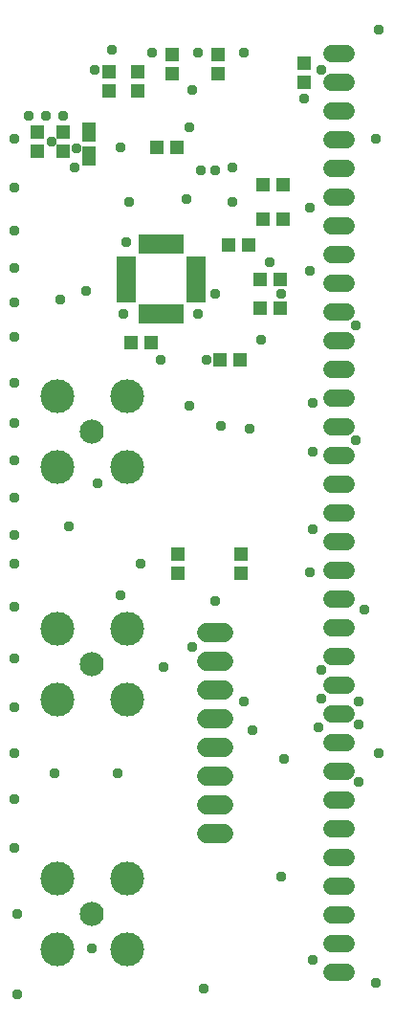
<source format=gbr>
G04 EAGLE Gerber RS-274X export*
G75*
%MOMM*%
%FSLAX34Y34*%
%LPD*%
%INSoldermask Bottom*%
%IPPOS*%
%AMOC8*
5,1,8,0,0,1.08239X$1,22.5*%
G01*
%ADD10R,1.203200X1.303200*%
%ADD11R,1.303200X1.203200*%
%ADD12R,0.503200X1.803200*%
%ADD13R,1.803200X0.503200*%
%ADD14R,1.203200X1.703200*%
%ADD15C,1.511200*%
%ADD16C,3.003200*%
%ADD17C,2.133600*%
%ADD18C,1.727200*%
%ADD19C,0.959600*%


D10*
X274320Y841620D03*
X274320Y824620D03*
X198120Y832240D03*
X198120Y849240D03*
D11*
X138040Y594360D03*
X121040Y594360D03*
D10*
X157480Y832240D03*
X157480Y849240D03*
D12*
X129820Y681240D03*
X134820Y681240D03*
X139820Y681240D03*
X144820Y681240D03*
X149820Y681240D03*
X154820Y681240D03*
X159820Y681240D03*
X164820Y681240D03*
D13*
X178320Y667740D03*
X178320Y662740D03*
X178320Y657740D03*
X178320Y652740D03*
X178320Y647740D03*
X178320Y642740D03*
X178320Y637740D03*
X178320Y632740D03*
D12*
X164820Y619240D03*
X159820Y619240D03*
X154820Y619240D03*
X149820Y619240D03*
X144820Y619240D03*
X139820Y619240D03*
X134820Y619240D03*
X129820Y619240D03*
D13*
X116320Y632740D03*
X116320Y637740D03*
X116320Y642740D03*
X116320Y647740D03*
X116320Y652740D03*
X116320Y657740D03*
X116320Y662740D03*
X116320Y667740D03*
D11*
X127000Y817000D03*
X127000Y834000D03*
D14*
X83820Y759095D03*
X83820Y780145D03*
D10*
X237880Y734060D03*
X254880Y734060D03*
D11*
X162560Y407280D03*
X162560Y390280D03*
D10*
X237880Y703580D03*
X254880Y703580D03*
X207400Y680720D03*
X224400Y680720D03*
X235340Y624840D03*
X252340Y624840D03*
X235340Y650240D03*
X252340Y650240D03*
D11*
X218440Y407280D03*
X218440Y390280D03*
D10*
X216780Y579120D03*
X199780Y579120D03*
D15*
X298260Y849630D02*
X311340Y849630D01*
X311340Y824230D02*
X298260Y824230D01*
X298260Y798830D02*
X311340Y798830D01*
X311340Y773430D02*
X298260Y773430D01*
X298260Y748030D02*
X311340Y748030D01*
X311340Y722630D02*
X298260Y722630D01*
X298260Y697230D02*
X311340Y697230D01*
X311340Y671830D02*
X298260Y671830D01*
X298260Y646430D02*
X311340Y646430D01*
X311340Y621030D02*
X298260Y621030D01*
X298260Y595630D02*
X311340Y595630D01*
X311340Y570230D02*
X298260Y570230D01*
X298260Y544830D02*
X311340Y544830D01*
X311340Y519430D02*
X298260Y519430D01*
X298260Y494030D02*
X311340Y494030D01*
X311340Y468630D02*
X298260Y468630D01*
X298260Y443230D02*
X311340Y443230D01*
X311340Y417830D02*
X298260Y417830D01*
X298260Y392430D02*
X311340Y392430D01*
X311340Y367030D02*
X298260Y367030D01*
X298260Y341630D02*
X311340Y341630D01*
X311340Y316230D02*
X298260Y316230D01*
X298260Y290830D02*
X311340Y290830D01*
X311340Y265430D02*
X298260Y265430D01*
X298260Y240030D02*
X311340Y240030D01*
X311340Y214630D02*
X298260Y214630D01*
X298260Y189230D02*
X311340Y189230D01*
X311340Y163830D02*
X298260Y163830D01*
X298260Y138430D02*
X311340Y138430D01*
X311340Y113030D02*
X298260Y113030D01*
X298260Y87630D02*
X311340Y87630D01*
X311340Y62230D02*
X298260Y62230D01*
X298260Y36830D02*
X311340Y36830D01*
D16*
X55060Y120200D03*
X117660Y120200D03*
X55060Y57600D03*
X117660Y57600D03*
D17*
X86360Y88900D03*
D16*
X55060Y341180D03*
X117660Y341180D03*
X55060Y278580D03*
X117660Y278580D03*
D17*
X86360Y309880D03*
D16*
X55060Y546920D03*
X117660Y546920D03*
X55060Y484320D03*
X117660Y484320D03*
D17*
X86360Y515620D03*
D10*
X60960Y780660D03*
X60960Y763660D03*
X38100Y780660D03*
X38100Y763660D03*
X101600Y817000D03*
X101600Y834000D03*
D11*
X160900Y767080D03*
X143900Y767080D03*
D18*
X187960Y337820D02*
X203200Y337820D01*
X203200Y312420D02*
X187960Y312420D01*
X187960Y287020D02*
X203200Y287020D01*
X203200Y261620D02*
X187960Y261620D01*
X187960Y236220D02*
X203200Y236220D01*
X203200Y210820D02*
X187960Y210820D01*
X187960Y185420D02*
X203200Y185420D01*
X203200Y160020D02*
X187960Y160020D01*
D19*
X195580Y637740D03*
X195580Y746760D03*
X236220Y596900D03*
X243840Y665480D03*
X147320Y579120D03*
X289560Y835660D03*
X71120Y749300D03*
X86360Y58420D03*
X281940Y48260D03*
X180340Y619760D03*
X114300Y619760D03*
X279400Y657860D03*
X279400Y713740D03*
X17780Y774700D03*
X91440Y469900D03*
X111760Y370840D03*
X195580Y365760D03*
X17780Y731520D03*
X17780Y693420D03*
X17780Y660400D03*
X17780Y629920D03*
X17780Y599440D03*
X17780Y558800D03*
X17780Y523240D03*
X17780Y490220D03*
X17780Y457200D03*
X17780Y424180D03*
X17780Y398780D03*
X66040Y431800D03*
X17780Y360680D03*
X129540Y398780D03*
X17780Y314960D03*
X17780Y271780D03*
X17780Y231140D03*
X17780Y190500D03*
X17780Y147320D03*
X53340Y213360D03*
X109220Y213360D03*
X20320Y88900D03*
X20320Y17780D03*
X185420Y22860D03*
X337820Y27940D03*
X340360Y231140D03*
X256540Y226060D03*
X228600Y251460D03*
X220980Y276860D03*
X149860Y307340D03*
X175260Y325120D03*
X281940Y429260D03*
X279400Y391160D03*
X281940Y497840D03*
X281940Y541020D03*
X172720Y538480D03*
X200660Y520700D03*
X116840Y683260D03*
X182880Y746760D03*
X210820Y749300D03*
X210820Y718820D03*
X170180Y721360D03*
X180340Y850900D03*
X139700Y850900D03*
X175260Y817880D03*
X220980Y850900D03*
X274320Y810260D03*
X340360Y871220D03*
X337820Y774700D03*
X104140Y853440D03*
X88900Y835660D03*
X58420Y632460D03*
X81280Y640080D03*
X226060Y518160D03*
X327660Y358140D03*
X322580Y276860D03*
X287020Y254000D03*
X289560Y279400D03*
X289560Y304800D03*
X322580Y256540D03*
X254000Y637540D03*
X111760Y767080D03*
X119380Y718820D03*
X172720Y784860D03*
X50800Y772160D03*
X72390Y765810D03*
X320040Y609600D03*
X320040Y508000D03*
X322580Y205740D03*
X254000Y121920D03*
X187960Y579120D03*
X60960Y795020D03*
X30480Y795020D03*
X45720Y795020D03*
M02*

</source>
